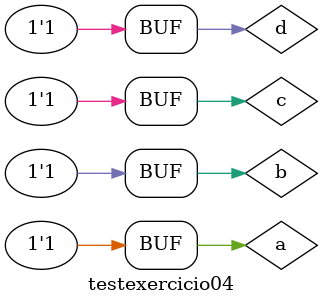
<source format=v>



module exercicio04(s,a,b,c,d);

output s;
input a,b,c,d;
wire temp1,temp2,temp3,temp4,temp5,temp6,temp7,temp8,temp9,temp10;

nand NAND1 (temp1,c,c);
nand NAND2 (temp2,a,c,d);
nand NAND3 (temp10,temp2,temp2);
nand NAND4 (temp3,a,a);
nand NAND5 (temp4,temp3,c);
nand NAND6 (temp5,temp4,temp4);
nand NAND7 (temp6,b,d);
nand NAND8 (temp7,temp6,temp6);
nand NAND9 (temp8,b,c);
nand NAND10 (temp9,temp8,temp8);
nand NAND11 (s,temp10,temp5,temp7,temp9);

endmodule

//-------------------
//--testexercicio04
//-------------------

module testexercicio04;
reg a,b,c,d;
wire s;

//instancia

exercicio04 EX04(s,a,b,c,d);




initial begin:start

a=0; b=0; c=0; d=0;
        
		  end
		  
		  initial begin:main
		  
$display (" LUIZ MARQUES DE OLIVEIRA");
$display (" GUIA 08 - EXERCICIO 04");
$display (" a |  b |  c |  d  =  s ");
$monitor (" %b  | %b  | %b |  %b  =   %b ",a,b,c,d,s);
           #1 a=0;    b=0;   c=0;   d=1;
			  #1 a=0;    b=0;   c=1;   d=0;
			  #1 a=0;    b=0;   c=1;   d=1;
			  #1 a=0;    b=1;   c=0;   d=0;
			  #1 a=0;    b=1;   c=0;   d=1;
			  #1 a=0;    b=1;   c=1;   d=0;
			  #1 a=0;    b=1;   c=1;   d=1;
			  #1 a=1;    b=0;   c=0;   d=0;
			  #1 a=1;    b=0;   c=0;   d=1;
			  #1 a=1;    b=0;   c=1;   d=0;
			  #1 a=1;    b=0;   c=1;   d=1;
			  #1 a=1;    b=1;   c=0;   d=0;
			  #1 a=1;    b=1;   c=0;   d=1;
			  #1 a=1;    b=1;   c=1;   d=0;
			  #1 a=1;    b=1;   c=1;   d=1;
			  
			  
			  
end
endmodule
</source>
